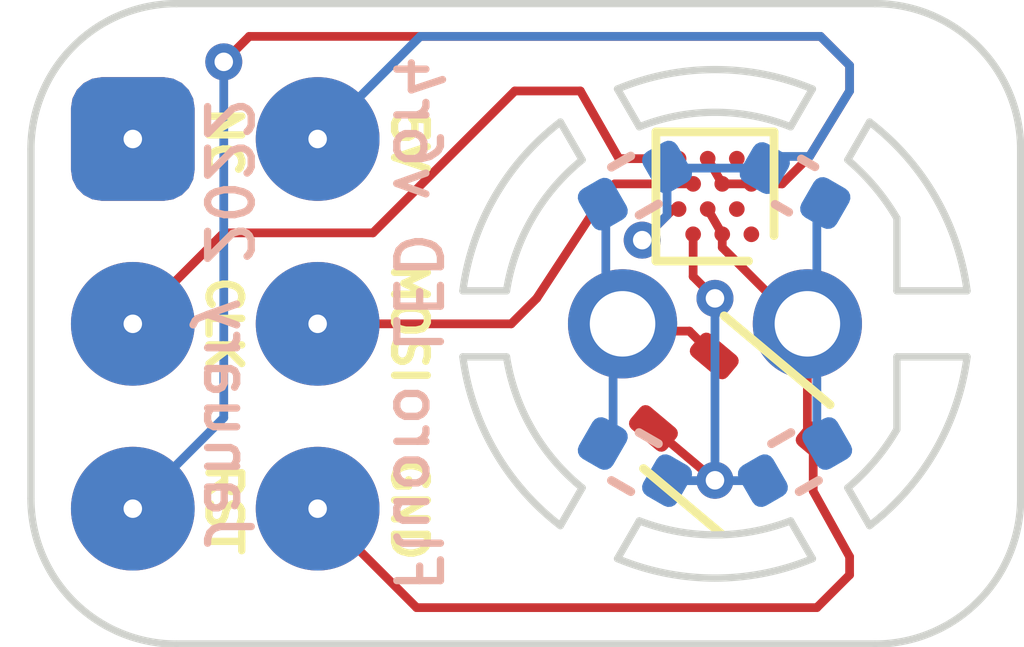
<source format=kicad_pcb>
(kicad_pcb (version 20211014) (generator pcbnew)
  (layers (0 "F.Cu" signal) (31 "B.Cu" signal) (34 "B.Paste" user) (35 "F.Paste" user) (36 "B.SilkS" user "B.Silkscreen") (37 "F.SilkS" user "F.Silkscreen") (38 "B.Mask" user) (39 "F.Mask" user) (44 "Edge.Cuts" user))
  (net 0 "")
  (net 1 "/LED-")
  (net 2 "/V_{cc}")
  (net 3 "/LED+")
  (net 4 "/mosi")
  (net 6 "Net-(R2-Pad1)")
  (net 7 "/clk")
  (net 8 "/rst")
  (footprint "Connector_PinHeader_2.54mm:PinHeader_2x03_P2.54mm_Vertical" (layer "F.Cu") (at 92 97.46)
    (fp_text reference "J1" hide)
    (fp_text value "TPI Interface" hide)
    (pad "1" thru_hole roundrect (at 0 0) (size 1.7 1.7) (drill 0.254) (layers *.Cu *.Mask))
    (pad "2" thru_hole oval (at 2.54 0) (size 1.7 1.7) (drill 0.254) (layers *.Cu *.Mask) (net 2 "/V_{cc}"))
    (pad "3" thru_hole oval (at 0 2.54) (size 1.7 1.7) (drill 0.254) (layers *.Cu *.Mask) (net 7 "/clk"))
    (pad "4" thru_hole oval (at 2.54 2.54) (size 1.7 1.7) (drill 0.254) (layers *.Cu *.Mask) (net 4 "/mosi"))
    (pad "5" thru_hole oval (at 0 5.08) (size 1.7 1.7) (drill 0.254) (layers *.Cu *.Mask) (net 8 "/rst"))
    (pad "6" thru_hole oval (at 2.54 5.08) (size 1.7 1.7) (drill 0.254) (layers *.Cu *.Mask) (net 1 "/LED-"))
  )
  (footprint "Package_TO_SOT_SMD:SOT-363_SC-70-6" (layer "F.Cu") (at 100.3 101.55 -40)
    (fp_text reference "U2" hide)
    (fp_text value "TL431DCK" hide)
    (fp_line (start 0.7 -1.16) (end -1.2 -1.16) (layer "F.SilkS") (width 0.12))
    (fp_line (start -0.7 1.16) (end 0.7 1.16) (layer "F.SilkS") (width 0.12))
    (pad "1" smd roundrect (at -0.95 -0.65 320) (size 0.65 0.4) (layers "F.Cu" "F.Paste" "F.Mask") (net 3 "/LED+"))
    (pad "3" smd roundrect (at -0.95 0.65 320) (size 0.65 0.4) (layers "F.Cu" "F.Paste" "F.Mask") (net 6 "Net-(R2-Pad1)"))
    (pad "6" smd roundrect (at 0.95 -0.65 320) (size 0.65 0.4) (layers "F.Cu" "F.Paste" "F.Mask") (net 1 "/LED-"))
  )
  (footprint "Package_CSP:WLCSP-12_1.403x1.555mm_P0.4mm_Stagger" (layer "F.Cu") (at 100 98.25 180)
    (fp_text reference "U1" hide)
    (fp_text value "ATtiny20-UU" hide)
    (fp_line (start 0.8115 -0.8875) (end 0.8115 0.8875) (layer "F.SilkS") (width 0.12))
    (fp_line (start 0.8115 0.8875) (end -0.8115 0.8875) (layer "F.SilkS") (width 0.12))
    (fp_line (start -0.46075 -0.8875) (end 0.8115 -0.8875) (layer "F.SilkS") (width 0.12))
    (fp_line (start -0.8115 0.8875) (end -0.8115 -0.53675) (layer "F.SilkS") (width 0.12))
    (pad "A1" smd circle locked (at -0.5 -0.5195 180) (size 0.215 0.215) (layers "F.Cu" "F.Paste" "F.Mask"))
    (pad "A3" smd circle locked (at -0.1 -0.5195 180) (size 0.215 0.215) (layers "F.Cu" "F.Paste" "F.Mask") (net 1 "/LED-"))
    (pad "A5" smd circle locked (at 0.3 -0.5195 180) (size 0.215 0.215) (layers "F.Cu" "F.Paste" "F.Mask") (net 6 "Net-(R2-Pad1)"))
    (pad "B2" smd circle locked (at -0.3 -0.173167 180) (size 0.215 0.215) (layers "F.Cu" "F.Paste" "F.Mask"))
    (pad "B4" smd circle locked (at 0.1 -0.173167 180) (size 0.215 0.215) (layers "F.Cu" "F.Paste" "F.Mask") (net 1 "/LED-"))
    (pad "B6" smd circle locked (at 0.5 -0.173167 180) (size 0.215 0.215) (layers "F.Cu" "F.Paste" "F.Mask") (net 2 "/V_{cc}"))
    (pad "C1" smd circle locked (at -0.5 0.173167 180) (size 0.215 0.215) (layers "F.Cu" "F.Paste" "F.Mask") (net 8 "/rst"))
    (pad "C3" smd circle locked (at -0.1 0.173167 180) (size 0.215 0.215) (layers "F.Cu" "F.Paste" "F.Mask") (net 8 "/rst"))
    (pad "C5" smd circle locked (at 0.3 0.173167 180) (size 0.215 0.215) (layers "F.Cu" "F.Paste" "F.Mask") (net 4 "/mosi"))
    (pad "D2" smd circle locked (at -0.3 0.5195 180) (size 0.215 0.215) (layers "F.Cu" "F.Paste" "F.Mask"))
    (pad "D4" smd circle locked (at 0.1 0.5195 180) (size 0.215 0.215) (layers "F.Cu" "F.Paste" "F.Mask") (net 8 "/rst"))
    (pad "D6" smd circle locked (at 0.5 0.5195 180) (size 0.215 0.215) (layers "F.Cu" "F.Paste" "F.Mask") (net 7 "/clk"))
  )
  (footprint "LED_THT:LED_D5.0mm_Clear" (layer "B.Cu") (at 100 100 180)
    (fp_text reference "D1" hide)
    (fp_text value "LED_big" hide)
    (pad "1" thru_hole circle (at -1.27 0 180) (size 1.5 1.5) (drill 0.9) (layers *.Cu *.Mask) (net 1 "/LED-"))
    (pad "2" thru_hole circle (at 1.27 0 180) (size 1.5 1.5) (drill 0.9) (layers *.Cu *.Mask) (net 3 "/LED+"))
  )
  (footprint "Resistor_SMD:R_0402_1005Metric" (layer "B.Cu") (at 98.9 98.1 -150)
    (fp_text reference "R1" hide)
    (fp_text value "1kΩ" hide)
    (fp_line (start -0.153641 -0.38) (end 0.153641 -0.38) (layer "B.SilkS") (width 0.12))
    (fp_line (start -0.153641 0.38) (end 0.153641 0.38) (layer "B.SilkS") (width 0.12))
    (pad "1" smd roundrect locked (at -0.51 0 210) (size 0.54 0.64) (layers "B.Cu" "B.Paste" "B.Mask") (net 2 "/V_{cc}"))
    (pad "2" smd roundrect locked (at 0.51 0 210) (size 0.54 0.64) (layers "B.Cu" "B.Paste" "B.Mask") (net 3 "/LED+"))
  )
  (footprint "Resistor_SMD:R_0402_1005Metric" (layer "B.Cu") (at 101.1 101.9 -150)
    (fp_text reference "R3" hide)
    (fp_text value "7.5kΩ" hide)
    (fp_line (start -0.153641 -0.38) (end 0.153641 -0.38) (layer "B.SilkS") (width 0.12))
    (fp_line (start -0.153641 0.38) (end 0.153641 0.38) (layer "B.SilkS") (width 0.12))
    (pad "1" smd roundrect locked (at -0.51 0 210) (size 0.54 0.64) (layers "B.Cu" "B.Paste" "B.Mask") (net 1 "/LED-"))
    (pad "2" smd roundrect locked (at 0.51 0 210) (size 0.54 0.64) (layers "B.Cu" "B.Paste" "B.Mask") (net 6 "Net-(R2-Pad1)"))
  )
  (footprint "Capacitor_SMD:C_0402_1005Metric" (layer "B.Cu") (at 101.1 98.1 150)
    (fp_text reference "C1" hide)
    (fp_text value "0.1μF" hide)
    (fp_line (start -0.107836 0.36) (end 0.107836 0.36) (layer "B.SilkS") (width 0.12))
    (fp_line (start -0.107836 -0.36) (end 0.107836 -0.36) (layer "B.SilkS") (width 0.12))
    (pad "1" smd roundrect locked (at -0.48 0 150) (size 0.56 0.62) (layers "B.Cu" "B.Paste" "B.Mask") (net 1 "/LED-"))
    (pad "2" smd roundrect locked (at 0.48 0 150) (size 0.56 0.62) (layers "B.Cu" "B.Paste" "B.Mask") (net 2 "/V_{cc}"))
  )
  (footprint "Resistor_SMD:R_0402_1005Metric" (layer "B.Cu") (at 98.9 101.9 150)
    (fp_text reference "R2" hide)
    (fp_text value "4.7kΩ" hide)
    (fp_line (start -0.153641 0.38) (end 0.153641 0.38) (layer "B.SilkS") (width 0.12))
    (fp_line (start -0.153641 -0.38) (end 0.153641 -0.38) (layer "B.SilkS") (width 0.12))
    (pad "1" smd roundrect locked (at -0.51 0 150) (size 0.54 0.64) (layers "B.Cu" "B.Paste" "B.Mask") (net 6 "Net-(R2-Pad1)"))
    (pad "2" smd roundrect locked (at 0.51 0 150) (size 0.54 0.64) (layers "B.Cu" "B.Paste" "B.Mask") (net 3 "/LED+"))
  )
  (gr_line (start 102.5 99.54634) (end 103.464295 99.54634) (layer "Edge.Cuts") (width 0.1))
  (gr_arc (start 102.125029 97.226662) (mid 103.025783 98.253063) (end 103.464295 99.54634) (layer "Edge.Cuts") (width 0.1))
  (gr_line (start 97.135705 100.45366) (end 96.535705 100.45366) (layer "Edge.Cuts") (width 0.1))
  (gr_arc (start 103.464295 100.45366) (mid 103.025783 101.746936) (end 102.125029 102.773338) (layer "Edge.Cuts") (width 0.1))
  (gr_line (start 103.464296 100.45366) (end 102.5 100.45366) (layer "Edge.Cuts") (width 0.1))
  (gr_line (start 98.960733 102.707383) (end 98.660733 103.226998) (layer "Edge.Cuts") (width 0.1))
  (gr_arc (start 102.199999 95.599999) (mid 103.614213 96.185786) (end 104.2 97.6) (layer "Edge.Cuts") (width 0.1))
  (gr_line (start 104.2 97.6) (end 104.200001 102.399999) (layer "Edge.Cuts") (width 0.1))
  (gr_arc (start 101.825029 97.746277) (mid 102.196609 98.119506) (end 102.5 98.55) (layer "Edge.Cuts") (width 0.1))
  (gr_line (start 102.5 101.45) (end 102.5 100.45366) (layer "Edge.Cuts") (width 0.1))
  (gr_line (start 102.125029 97.226662) (end 101.825029 97.746277) (layer "Edge.Cuts") (width 0.1))
  (gr_arc (start 104.200001 102.399999) (mid 103.614214 103.814213) (end 102.2 104.4) (layer "Edge.Cuts") (width 0.1))
  (gr_line (start 101.825029 102.253723) (end 102.125029 102.773338) (layer "Edge.Cuts") (width 0.1))
  (gr_line (start 98.660733 96.773002) (end 98.960733 97.292617) (layer "Edge.Cuts") (width 0.1))
  (gr_arc (start 96.535705 99.54634) (mid 96.974217 98.253064) (end 97.874971 97.226662) (layer "Edge.Cuts") (width 0.1))
  (gr_line (start 97.874971 102.773338) (end 98.174971 102.253723) (layer "Edge.Cuts") (width 0.1))
  (gr_line (start 102.2 104.4) (end 92.6 104.4) (layer "Edge.Cuts") (width 0.1))
  (gr_line (start 98.174971 97.746277) (end 97.874971 97.226662) (layer "Edge.Cuts") (width 0.1))
  (gr_line (start 102.5 98.55) (end 102.5 99.54634) (layer "Edge.Cuts") (width 0.1))
  (gr_line (start 101.339267 103.226998) (end 101.039267 102.707383) (layer "Edge.Cuts") (width 0.1))
  (gr_line (start 96.535704 99.54634) (end 97.135704 99.54634) (layer "Edge.Cuts") (width 0.1))
  (gr_arc (start 101.339267 103.226998) (mid 100 103.493874) (end 98.660733 103.226998) (layer "Edge.Cuts") (width 0.1))
  (gr_arc (start 101.039267 102.707383) (mid 100 102.899999) (end 98.960733 102.707383) (layer "Edge.Cuts") (width 0.1))
  (gr_line (start 101.039267 97.292617) (end 101.339267 96.773002) (layer "Edge.Cuts") (width 0.1))
  (gr_arc (start 97.135705 99.54634) (mid 97.488527 98.550001) (end 98.174971 97.746278) (layer "Edge.Cuts") (width 0.1))
  (gr_arc (start 97.874971 102.773338) (mid 96.974217 101.746937) (end 96.535705 100.45366) (layer "Edge.Cuts") (width 0.1))
  (gr_line (start 90.6 102.4) (end 90.599999 97.6) (layer "Edge.Cuts") (width 0.1))
  (gr_line (start 92.6 95.599999) (end 102.199999 95.599999) (layer "Edge.Cuts") (width 0.1))
  (gr_arc (start 98.960733 97.292617) (mid 100 97.093129) (end 101.039267 97.292617) (layer "Edge.Cuts") (width 0.1))
  (gr_arc (start 98.660733 96.773002) (mid 100 96.506126) (end 101.339267 96.773002) (layer "Edge.Cuts") (width 0.1))
  (gr_arc (start 90.599999 97.6) (mid 91.185786 96.185786) (end 92.6 95.599999) (layer "Edge.Cuts") (width 0.1))
  (gr_arc (start 102.5 101.45) (mid 102.197355 101.881121) (end 101.825029 102.253723) (layer "Edge.Cuts") (width 0.1))
  (gr_arc (start 98.174971 102.253722) (mid 97.488527 101.449999) (end 97.135705 100.45366) (layer "Edge.Cuts") (width 0.1))
  (gr_arc (start 92.6 104.4) (mid 91.185786 103.814214) (end 90.6 102.4) (layer "Edge.Cuts") (width 0.1))
  (gr_text "January 2022" (at 93.3 100 270) (layer "B.SilkS") (effects (font (size 0.6 0.6) (thickness 0.1)) (justify mirror)))
  (gr_text "Fluoro LED v6r4" (at 95.9 100 270) (layer "B.SilkS") (effects (font (size 0.6 0.6) (thickness 0.1)) (justify mirror)))
  (gr_text "RST" (at 93.25 102.55 270) (layer "F.SilkS") (effects (font (size 0.45 0.45) (thickness 0.1))))
  (gr_text "CLK" (at 93.25 100 270) (layer "F.SilkS") (effects (font (size 0.45 0.45) (thickness 0.1))))
  (gr_text "MOSI" (at 95.8 100 270) (layer "F.SilkS") (effects (font (size 0.45 0.45) (thickness 0.1))))
  (gr_text "NC" (at 93.25 97.5 270) (layer "F.SilkS") (effects (font (size 0.45 0.45) (thickness 0.1))))
  (gr_text "GND" (at 95.8 102.55 270) (layer "F.SilkS") (effects (font (size 0.45 0.45) (thickness 0.1))))
  (gr_text "5V" (at 95.8 97.5 270) (layer "F.SilkS") (effects (font (size 0.45 0.45) (thickness 0.1))))
  (segment (start 101.35 101.758273) (end 101.35 102.3) (width 0.12) (layer "F.Cu") (net 1))
  (segment (start 100.1 98.95) (end 101.15 100) (width 0.12) (layer "F.Cu") (net 1))
  (segment (start 101.15 100) (end 101.27 100) (width 0.12) (layer "F.Cu") (net 1))
  (segment (start 101.27 101.487165) (end 101.445554 101.662719) (width 0.12) (layer "F.Cu") (net 1))
  (segment (start 95.9 103.9) (end 94.54 102.54) (width 0.12) (layer "F.Cu") (net 1))
  (segment (start 101.27 100) (end 101.27 101.487165) (width 0.12) (layer "F.Cu") (net 1))
  (segment (start 101.85 103.45) (end 101.4 103.9) (width 0.12) (layer "F.Cu") (net 1))
  (segment (start 101.445554 101.662719) (end 101.35 101.758273) (width 0.12) (layer "F.Cu") (net 1))
  (segment (start 99.9 98.423167) (end 100.1 98.7695) (width 0.12) (layer "F.Cu") (net 1))
  (segment (start 101.4 103.9) (end 95.9 103.9) (width 0.12) (layer "F.Cu") (net 1))
  (segment (start 100.1 98.7695) (end 100.1 98.95) (width 0.12) (layer "F.Cu") (net 1))
  (segment (start 101.35 102.3) (end 101.85 103.2) (width 0.12) (layer "F.Cu") (net 1))
  (segment (start 101.85 103.2) (end 101.85 103.45) (width 0.12) (layer "F.Cu") (net 1))
  (segment (start 101.541673 101.645) (end 101.4 101.503327) (width 0.12) (layer "B.Cu") (net 1))
  (segment (start 101.515692 98.34) (end 101.4 98.455692) (width 0.12) (layer "B.Cu") (net 1))
  (segment (start 101.4 98.455692) (end 101.4 99.87) (width 0.12) (layer "B.Cu") (net 1))
  (segment (start 101.4 99.87) (end 101.27 100) (width 0.12) (layer "B.Cu") (net 1))
  (segment (start 101.4 101.503327) (end 101.4 100.13) (width 0.12) (layer "B.Cu") (net 1))
  (segment (start 101.4 100.13) (end 101.27 100) (width 0.12) (layer "B.Cu") (net 1))
  (segment (start 99.5 98.423167) (end 99.426833 98.423167) (width 0.12) (layer "F.Cu") (net 2))
  (segment (start 99.426833 98.423167) (end 99 98.85) (width 0.12) (layer "F.Cu") (net 2))
  (via (at 99 98.85) (size 0.508) (drill 0.254) (layers "F.Cu" "B.Cu") (net 2))
  (segment (start 101.85 96.8) (end 101.85 96.45) (width 0.12) (layer "B.Cu") (net 2))
  (segment (start 95.95 96.05) (end 94.54 97.46) (width 0.12) (layer "B.Cu") (net 2))
  (segment (start 99.341673 97.845) (end 99.341673 98.508327) (width 0.12) (layer "B.Cu") (net 2))
  (segment (start 100.844308 97.7) (end 101.3 97.7) (width 0.12) (layer "B.Cu") (net 2))
  (segment (start 101.3 97.7) (end 101.85 96.8) (width 0.12) (layer "B.Cu") (net 2))
  (segment (start 100.684308 97.86) (end 100.844308 97.7) (width 0.12) (layer "B.Cu") (net 2))
  (segment (start 99.356673 97.86) (end 99.341673 97.845) (width 0.12) (layer "B.Cu") (net 2))
  (segment (start 101.85 96.45) (end 101.45 96.05) (width 0.12) (layer "B.Cu") (net 2))
  (segment (start 101.45 96.05) (end 95.95 96.05) (width 0.12) (layer "B.Cu") (net 2))
  (segment (start 100.684308 97.86) (end 99.356673 97.86) (width 0.12) (layer "B.Cu") (net 2))
  (segment (start 99.341673 98.508327) (end 99 98.85) (width 0.12) (layer "B.Cu") (net 2))
  (segment (start 99.648647 100.1) (end 98.790676 100.1) (width 0.12) (layer "F.Cu") (net 3))
  (segment (start 98.73 100.039324) (end 98.73 100) (width 0.12) (layer "F.Cu") (net 3))
  (segment (start 99.99007 100.441423) (end 99.648647 100.1) (width 0.12) (layer "F.Cu") (net 3))
  (segment (start 98.790676 100.1) (end 98.73 100.039324) (width 0.12) (layer "F.Cu") (net 3))
  (segment (start 98.458327 101.645) (end 98.6 101.503327) (width 0.12) (layer "B.Cu") (net 3))
  (segment (start 98.6 101.503327) (end 98.6 100.13) (width 0.12) (layer "B.Cu") (net 3))
  (segment (start 98.458327 98.355) (end 98.5 98.396673) (width 0.12) (layer "B.Cu") (net 3))
  (segment (start 98.6 100.13) (end 98.73 100) (width 0.12) (layer "B.Cu") (net 3))
  (segment (start 98.5 99.77) (end 98.73 100) (width 0.12) (layer "B.Cu") (net 3))
  (segment (start 98.5 98.396673) (end 98.5 99.77) (width 0.12) (layer "B.Cu") (net 3))
  (segment (start 99.7 98.076833) (end 98.623167 98.076833) (width 0.12) (layer "F.Cu") (net 4))
  (segment (start 97.2 100) (end 94.54 100) (width 0.12) (layer "F.Cu") (net 4))
  (segment (start 97.55 99.65) (end 97.2 100) (width 0.12) (layer "F.Cu") (net 4))
  (segment (start 98.623167 98.076833) (end 98.5 98.2) (width 0.12) (layer "F.Cu") (net 4))
  (segment (start 98.5 98.2) (end 97.55 99.65) (width 0.12) (layer "F.Cu") (net 4))
  (segment (start 99.154446 101.437281) (end 100 102.15) (width 0.12) (layer "F.Cu") (net 6))
  (segment (start 99.7 99.35) (end 100 99.65) (width 0.12) (layer "F.Cu") (net 6))
  (segment (start 99.7 98.7695) (end 99.7 99.35) (width 0.12) (layer "F.Cu") (net 6))
  (via (at 100 99.65) (size 0.508) (drill 0.254) (layers "F.Cu" "B.Cu") (net 6))
  (via (at 100 102.15) (size 0.508) (drill 0.254) (layers "F.Cu" "B.Cu") (net 6))
  (segment (start 100 99.65) (end 100 102.15) (width 0.12) (layer "B.Cu") (net 6))
  (segment (start 100.658327 102.155) (end 99.341673 102.155) (width 0.12) (layer "B.Cu") (net 6))
  (segment (start 95.3 98.75) (end 93.25 98.75) (width 0.12) (layer "F.Cu") (net 7))
  (segment (start 98.6805 97.7305) (end 98.15 96.8) (width 0.12) (layer "F.Cu") (net 7))
  (segment (start 98.15 96.8) (end 97.25 96.8) (width 0.12) (layer "F.Cu") (net 7))
  (segment (start 93.25 98.75) (end 92 100) (width 0.12) (layer "F.Cu") (net 7))
  (segment (start 97.25 96.8) (end 95.3 98.75) (width 0.12) (layer "F.Cu") (net 7))
  (segment (start 99.5 97.7305) (end 98.6805 97.7305) (width 0.12) (layer "F.Cu") (net 7))
  (segment (start 101.85 96.45) (end 101.85 96.8) (width 0.12) (layer "F.Cu") (net 8))
  (segment (start 101.85 96.8) (end 101.3 97.7) (width 0.12) (layer "F.Cu") (net 8))
  (segment (start 99.9 97.7305) (end 100.1 98.076833) (width 0.12) (layer "F.Cu") (net 8))
  (segment (start 100.923167 98.076833) (end 100.5 98.076833) (width 0.12) (layer "F.Cu") (net 8))
  (segment (start 93.6 96.05) (end 101.45 96.05) (width 0.12) (layer "F.Cu") (net 8))
  (segment (start 101.3 97.7) (end 100.923167 98.076833) (width 0.12) (layer "F.Cu") (net 8))
  (segment (start 93.25 96.4) (end 93.6 96.05) (width 0.12) (layer "F.Cu") (net 8))
  (segment (start 101.45 96.05) (end 101.85 96.45) (width 0.12) (layer "F.Cu") (net 8))
  (segment (start 100.5 98.076833) (end 100.1 98.076833) (width 0.12) (layer "F.Cu") (net 8))
  (via (at 93.25 96.4) (size 0.508) (drill 0.254) (layers "F.Cu" "B.Cu") (net 8))
  (segment (start 93.25 101.29) (end 92 102.54) (width 0.12) (layer "B.Cu") (net 8))
  (segment (start 93.25 96.4) (end 93.25 101.29) (width 0.12) (layer "B.Cu") (net 8))
)
</source>
